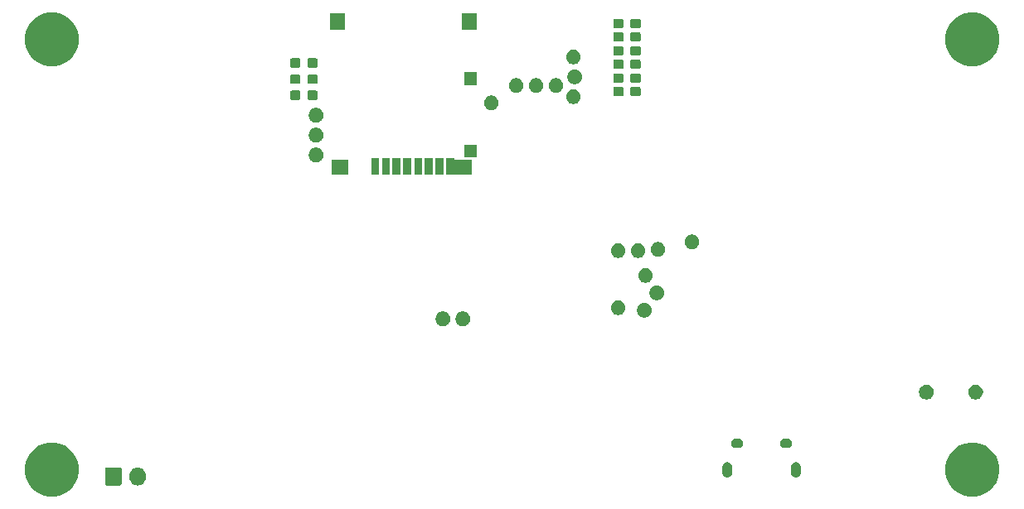
<source format=gbr>
G04 #@! TF.GenerationSoftware,KiCad,Pcbnew,(5.1.2)-1*
G04 #@! TF.CreationDate,2019-05-30T13:03:45-04:00*
G04 #@! TF.ProjectId,ZeroPilot,5a65726f-5069-46c6-9f74-2e6b69636164,rev?*
G04 #@! TF.SameCoordinates,Original*
G04 #@! TF.FileFunction,Soldermask,Bot*
G04 #@! TF.FilePolarity,Negative*
%FSLAX46Y46*%
G04 Gerber Fmt 4.6, Leading zero omitted, Abs format (unit mm)*
G04 Created by KiCad (PCBNEW (5.1.2)-1) date 2019-05-30 13:03:45*
%MOMM*%
%LPD*%
G04 APERTURE LIST*
%ADD10C,0.100000*%
G04 APERTURE END LIST*
D10*
G36*
X147802144Y-144355680D02*
G01*
X148302612Y-144562981D01*
X148753022Y-144863935D01*
X149136065Y-145246978D01*
X149437019Y-145697388D01*
X149644320Y-146197856D01*
X149750000Y-146729147D01*
X149750000Y-147270853D01*
X149644320Y-147802144D01*
X149437019Y-148302612D01*
X149136065Y-148753022D01*
X148753022Y-149136065D01*
X148302612Y-149437019D01*
X147802144Y-149644320D01*
X147270853Y-149750000D01*
X146729147Y-149750000D01*
X146197856Y-149644320D01*
X145697388Y-149437019D01*
X145246978Y-149136065D01*
X144863935Y-148753022D01*
X144562981Y-148302612D01*
X144355680Y-147802144D01*
X144250000Y-147270853D01*
X144250000Y-146729147D01*
X144355680Y-146197856D01*
X144562981Y-145697388D01*
X144863935Y-145246978D01*
X145246978Y-144863935D01*
X145697388Y-144562981D01*
X146197856Y-144355680D01*
X146729147Y-144250000D01*
X147270853Y-144250000D01*
X147802144Y-144355680D01*
X147802144Y-144355680D01*
G37*
G36*
X53802144Y-144355680D02*
G01*
X54302612Y-144562981D01*
X54753022Y-144863935D01*
X55136065Y-145246978D01*
X55437019Y-145697388D01*
X55644320Y-146197856D01*
X55750000Y-146729147D01*
X55750000Y-147270853D01*
X55644320Y-147802144D01*
X55437019Y-148302612D01*
X55136065Y-148753022D01*
X54753022Y-149136065D01*
X54302612Y-149437019D01*
X53802144Y-149644320D01*
X53270853Y-149750000D01*
X52729147Y-149750000D01*
X52197856Y-149644320D01*
X51697388Y-149437019D01*
X51246978Y-149136065D01*
X50863935Y-148753022D01*
X50562981Y-148302612D01*
X50355680Y-147802144D01*
X50250000Y-147270853D01*
X50250000Y-146729147D01*
X50355680Y-146197856D01*
X50562981Y-145697388D01*
X50863935Y-145246978D01*
X51246978Y-144863935D01*
X51697388Y-144562981D01*
X52197856Y-144355680D01*
X52729147Y-144250000D01*
X53270853Y-144250000D01*
X53802144Y-144355680D01*
X53802144Y-144355680D01*
G37*
G36*
X61937626Y-146801299D02*
G01*
X62097857Y-146849904D01*
X62245518Y-146928831D01*
X62374949Y-147035051D01*
X62481169Y-147164482D01*
X62560096Y-147312143D01*
X62608701Y-147472373D01*
X62621000Y-147597248D01*
X62621000Y-147830751D01*
X62608701Y-147955626D01*
X62560096Y-148115857D01*
X62481169Y-148263518D01*
X62374949Y-148392949D01*
X62245518Y-148499169D01*
X62171170Y-148538909D01*
X62097855Y-148578097D01*
X62054682Y-148591193D01*
X61937627Y-148626701D01*
X61771000Y-148643112D01*
X61604374Y-148626701D01*
X61487319Y-148591193D01*
X61444146Y-148578097D01*
X61370831Y-148538909D01*
X61296483Y-148499169D01*
X61167051Y-148392948D01*
X61060831Y-148263518D01*
X60981904Y-148115857D01*
X60933299Y-147955627D01*
X60921000Y-147830752D01*
X60921000Y-147597249D01*
X60933299Y-147472374D01*
X60981904Y-147312143D01*
X61060831Y-147164482D01*
X61167051Y-147035051D01*
X61296482Y-146928831D01*
X61444143Y-146849904D01*
X61444145Y-146849903D01*
X61524258Y-146825602D01*
X61604373Y-146801299D01*
X61771000Y-146784888D01*
X61937626Y-146801299D01*
X61937626Y-146801299D01*
G37*
G36*
X59990677Y-146792701D02*
G01*
X60020909Y-146801873D01*
X60048771Y-146816764D01*
X60073193Y-146836807D01*
X60093236Y-146861229D01*
X60108127Y-146889091D01*
X60117299Y-146919323D01*
X60121000Y-146956905D01*
X60121000Y-148471095D01*
X60117299Y-148508677D01*
X60108127Y-148538909D01*
X60093236Y-148566771D01*
X60073193Y-148591193D01*
X60048771Y-148611236D01*
X60020909Y-148626127D01*
X59990677Y-148635299D01*
X59953095Y-148639000D01*
X58588905Y-148639000D01*
X58551323Y-148635299D01*
X58521091Y-148626127D01*
X58493229Y-148611236D01*
X58468807Y-148591193D01*
X58448764Y-148566771D01*
X58433873Y-148538909D01*
X58424701Y-148508677D01*
X58421000Y-148471095D01*
X58421000Y-146956905D01*
X58424701Y-146919323D01*
X58433873Y-146889091D01*
X58448764Y-146861229D01*
X58468807Y-146836807D01*
X58493229Y-146816764D01*
X58521091Y-146801873D01*
X58551323Y-146792701D01*
X58588905Y-146789000D01*
X59953095Y-146789000D01*
X59990677Y-146792701D01*
X59990677Y-146792701D01*
G37*
G36*
X129074014Y-146251234D02*
G01*
X129168269Y-146279826D01*
X129246214Y-146321489D01*
X129255129Y-146326254D01*
X129331264Y-146388736D01*
X129382542Y-146451219D01*
X129393747Y-146464872D01*
X129440174Y-146551730D01*
X129468766Y-146645985D01*
X129476000Y-146719436D01*
X129476000Y-147318564D01*
X129468766Y-147392015D01*
X129440174Y-147486270D01*
X129393747Y-147573128D01*
X129331264Y-147649264D01*
X129255128Y-147711747D01*
X129168270Y-147758174D01*
X129074015Y-147786766D01*
X128976000Y-147796419D01*
X128877986Y-147786766D01*
X128783731Y-147758174D01*
X128696873Y-147711747D01*
X128620737Y-147649264D01*
X128558255Y-147573130D01*
X128511825Y-147486268D01*
X128483234Y-147392015D01*
X128476000Y-147318564D01*
X128476000Y-146719437D01*
X128483234Y-146645986D01*
X128511826Y-146551731D01*
X128558253Y-146464873D01*
X128558254Y-146464871D01*
X128620736Y-146388736D01*
X128696871Y-146326254D01*
X128696870Y-146326254D01*
X128696872Y-146326253D01*
X128783730Y-146279826D01*
X128877985Y-146251234D01*
X128976000Y-146241581D01*
X129074014Y-146251234D01*
X129074014Y-146251234D01*
G37*
G36*
X122074014Y-146251234D02*
G01*
X122168269Y-146279826D01*
X122246214Y-146321489D01*
X122255129Y-146326254D01*
X122331264Y-146388736D01*
X122382542Y-146451219D01*
X122393747Y-146464872D01*
X122440174Y-146551730D01*
X122468766Y-146645985D01*
X122476000Y-146719436D01*
X122476000Y-147318564D01*
X122468766Y-147392015D01*
X122440174Y-147486270D01*
X122393747Y-147573128D01*
X122331264Y-147649264D01*
X122255128Y-147711747D01*
X122168270Y-147758174D01*
X122074015Y-147786766D01*
X121976000Y-147796419D01*
X121877986Y-147786766D01*
X121783731Y-147758174D01*
X121696873Y-147711747D01*
X121620737Y-147649264D01*
X121558255Y-147573130D01*
X121511825Y-147486268D01*
X121483234Y-147392015D01*
X121476000Y-147318564D01*
X121476000Y-146719437D01*
X121483234Y-146645986D01*
X121511826Y-146551731D01*
X121558253Y-146464873D01*
X121558254Y-146464871D01*
X121620736Y-146388736D01*
X121696871Y-146326254D01*
X121696870Y-146326254D01*
X121696872Y-146326253D01*
X121783730Y-146279826D01*
X121877985Y-146251234D01*
X121976000Y-146241581D01*
X122074014Y-146251234D01*
X122074014Y-146251234D01*
G37*
G36*
X128172593Y-143846291D02*
G01*
X128219116Y-143850873D01*
X128285359Y-143870967D01*
X128308658Y-143878035D01*
X128386453Y-143919618D01*
X128391173Y-143922141D01*
X128463501Y-143981499D01*
X128522859Y-144053827D01*
X128522860Y-144053829D01*
X128566965Y-144136342D01*
X128594127Y-144225885D01*
X128603298Y-144319000D01*
X128594127Y-144412115D01*
X128566965Y-144501658D01*
X128534186Y-144562982D01*
X128522859Y-144584173D01*
X128463501Y-144656501D01*
X128391173Y-144715859D01*
X128391171Y-144715860D01*
X128308658Y-144759965D01*
X128285359Y-144767033D01*
X128219116Y-144787127D01*
X128172593Y-144791709D01*
X128149333Y-144794000D01*
X127802667Y-144794000D01*
X127779407Y-144791709D01*
X127732884Y-144787127D01*
X127666641Y-144767033D01*
X127643342Y-144759965D01*
X127560829Y-144715860D01*
X127560827Y-144715859D01*
X127488499Y-144656501D01*
X127429141Y-144584173D01*
X127417814Y-144562982D01*
X127385035Y-144501658D01*
X127357873Y-144412115D01*
X127348702Y-144319000D01*
X127357873Y-144225885D01*
X127385035Y-144136342D01*
X127429140Y-144053829D01*
X127429141Y-144053827D01*
X127488499Y-143981499D01*
X127560827Y-143922141D01*
X127565547Y-143919618D01*
X127643342Y-143878035D01*
X127666641Y-143870967D01*
X127732884Y-143850873D01*
X127779407Y-143846291D01*
X127802667Y-143844000D01*
X128149333Y-143844000D01*
X128172593Y-143846291D01*
X128172593Y-143846291D01*
G37*
G36*
X123172593Y-143846291D02*
G01*
X123219116Y-143850873D01*
X123285359Y-143870967D01*
X123308658Y-143878035D01*
X123386453Y-143919618D01*
X123391173Y-143922141D01*
X123463501Y-143981499D01*
X123522859Y-144053827D01*
X123522860Y-144053829D01*
X123566965Y-144136342D01*
X123594127Y-144225885D01*
X123603298Y-144319000D01*
X123594127Y-144412115D01*
X123566965Y-144501658D01*
X123534186Y-144562982D01*
X123522859Y-144584173D01*
X123463501Y-144656501D01*
X123391173Y-144715859D01*
X123391171Y-144715860D01*
X123308658Y-144759965D01*
X123285359Y-144767033D01*
X123219116Y-144787127D01*
X123172593Y-144791709D01*
X123149333Y-144794000D01*
X122802667Y-144794000D01*
X122779407Y-144791709D01*
X122732884Y-144787127D01*
X122666641Y-144767033D01*
X122643342Y-144759965D01*
X122560829Y-144715860D01*
X122560827Y-144715859D01*
X122488499Y-144656501D01*
X122429141Y-144584173D01*
X122417814Y-144562982D01*
X122385035Y-144501658D01*
X122357873Y-144412115D01*
X122348702Y-144319000D01*
X122357873Y-144225885D01*
X122385035Y-144136342D01*
X122429140Y-144053829D01*
X122429141Y-144053827D01*
X122488499Y-143981499D01*
X122560827Y-143922141D01*
X122565547Y-143919618D01*
X122643342Y-143878035D01*
X122666641Y-143870967D01*
X122732884Y-143850873D01*
X122779407Y-143846291D01*
X122802667Y-143844000D01*
X123149333Y-143844000D01*
X123172593Y-143846291D01*
X123172593Y-143846291D01*
G37*
G36*
X142493195Y-138322522D02*
G01*
X142542267Y-138332283D01*
X142680942Y-138389724D01*
X142805747Y-138473116D01*
X142911884Y-138579253D01*
X142995276Y-138704058D01*
X143052717Y-138842733D01*
X143082000Y-138989950D01*
X143082000Y-139140050D01*
X143052717Y-139287267D01*
X142995276Y-139425942D01*
X142911884Y-139550747D01*
X142805747Y-139656884D01*
X142680942Y-139740276D01*
X142542267Y-139797717D01*
X142493195Y-139807478D01*
X142395052Y-139827000D01*
X142244948Y-139827000D01*
X142146805Y-139807478D01*
X142097733Y-139797717D01*
X141959058Y-139740276D01*
X141834253Y-139656884D01*
X141728116Y-139550747D01*
X141644724Y-139425942D01*
X141587283Y-139287267D01*
X141558000Y-139140050D01*
X141558000Y-138989950D01*
X141587283Y-138842733D01*
X141644724Y-138704058D01*
X141728116Y-138579253D01*
X141834253Y-138473116D01*
X141959058Y-138389724D01*
X142097733Y-138332283D01*
X142146805Y-138322522D01*
X142244948Y-138303000D01*
X142395052Y-138303000D01*
X142493195Y-138322522D01*
X142493195Y-138322522D01*
G37*
G36*
X147493195Y-138322522D02*
G01*
X147542267Y-138332283D01*
X147680942Y-138389724D01*
X147805747Y-138473116D01*
X147911884Y-138579253D01*
X147995276Y-138704058D01*
X148052717Y-138842733D01*
X148082000Y-138989950D01*
X148082000Y-139140050D01*
X148052717Y-139287267D01*
X147995276Y-139425942D01*
X147911884Y-139550747D01*
X147805747Y-139656884D01*
X147680942Y-139740276D01*
X147542267Y-139797717D01*
X147493195Y-139807478D01*
X147395052Y-139827000D01*
X147244948Y-139827000D01*
X147146805Y-139807478D01*
X147097733Y-139797717D01*
X146959058Y-139740276D01*
X146834253Y-139656884D01*
X146728116Y-139550747D01*
X146644724Y-139425942D01*
X146587283Y-139287267D01*
X146558000Y-139140050D01*
X146558000Y-138989950D01*
X146587283Y-138842733D01*
X146644724Y-138704058D01*
X146728116Y-138579253D01*
X146834253Y-138473116D01*
X146959058Y-138389724D01*
X147097733Y-138332283D01*
X147146805Y-138322522D01*
X147244948Y-138303000D01*
X147395052Y-138303000D01*
X147493195Y-138322522D01*
X147493195Y-138322522D01*
G37*
G36*
X93144766Y-130863821D02*
G01*
X93281257Y-130920358D01*
X93404097Y-131002437D01*
X93508563Y-131106903D01*
X93590642Y-131229743D01*
X93647179Y-131366234D01*
X93676000Y-131511130D01*
X93676000Y-131658870D01*
X93647179Y-131803766D01*
X93590642Y-131940257D01*
X93508563Y-132063097D01*
X93404097Y-132167563D01*
X93281257Y-132249642D01*
X93144766Y-132306179D01*
X92999870Y-132335000D01*
X92852130Y-132335000D01*
X92707234Y-132306179D01*
X92570743Y-132249642D01*
X92447903Y-132167563D01*
X92343437Y-132063097D01*
X92261358Y-131940257D01*
X92204821Y-131803766D01*
X92176000Y-131658870D01*
X92176000Y-131511130D01*
X92204821Y-131366234D01*
X92261358Y-131229743D01*
X92343437Y-131106903D01*
X92447903Y-131002437D01*
X92570743Y-130920358D01*
X92707234Y-130863821D01*
X92852130Y-130835000D01*
X92999870Y-130835000D01*
X93144766Y-130863821D01*
X93144766Y-130863821D01*
G37*
G36*
X95176766Y-130863821D02*
G01*
X95313257Y-130920358D01*
X95436097Y-131002437D01*
X95540563Y-131106903D01*
X95622642Y-131229743D01*
X95679179Y-131366234D01*
X95708000Y-131511130D01*
X95708000Y-131658870D01*
X95679179Y-131803766D01*
X95622642Y-131940257D01*
X95540563Y-132063097D01*
X95436097Y-132167563D01*
X95313257Y-132249642D01*
X95176766Y-132306179D01*
X95031870Y-132335000D01*
X94884130Y-132335000D01*
X94739234Y-132306179D01*
X94602743Y-132249642D01*
X94479903Y-132167563D01*
X94375437Y-132063097D01*
X94293358Y-131940257D01*
X94236821Y-131803766D01*
X94208000Y-131658870D01*
X94208000Y-131511130D01*
X94236821Y-131366234D01*
X94293358Y-131229743D01*
X94375437Y-131106903D01*
X94479903Y-131002437D01*
X94602743Y-130920358D01*
X94739234Y-130863821D01*
X94884130Y-130835000D01*
X95031870Y-130835000D01*
X95176766Y-130863821D01*
X95176766Y-130863821D01*
G37*
G36*
X113718766Y-129974821D02*
G01*
X113855257Y-130031358D01*
X113978097Y-130113437D01*
X114082563Y-130217903D01*
X114164642Y-130340743D01*
X114221179Y-130477234D01*
X114250000Y-130622130D01*
X114250000Y-130769870D01*
X114221179Y-130914766D01*
X114164642Y-131051257D01*
X114082563Y-131174097D01*
X113978097Y-131278563D01*
X113855257Y-131360642D01*
X113718766Y-131417179D01*
X113573870Y-131446000D01*
X113426130Y-131446000D01*
X113281234Y-131417179D01*
X113144743Y-131360642D01*
X113021903Y-131278563D01*
X112917437Y-131174097D01*
X112835358Y-131051257D01*
X112778821Y-130914766D01*
X112750000Y-130769870D01*
X112750000Y-130622130D01*
X112778821Y-130477234D01*
X112835358Y-130340743D01*
X112917437Y-130217903D01*
X113021903Y-130113437D01*
X113144743Y-130031358D01*
X113281234Y-129974821D01*
X113426130Y-129946000D01*
X113573870Y-129946000D01*
X113718766Y-129974821D01*
X113718766Y-129974821D01*
G37*
G36*
X111051766Y-129720821D02*
G01*
X111188257Y-129777358D01*
X111311097Y-129859437D01*
X111415563Y-129963903D01*
X111497642Y-130086743D01*
X111554179Y-130223234D01*
X111583000Y-130368130D01*
X111583000Y-130515870D01*
X111554179Y-130660766D01*
X111497642Y-130797257D01*
X111415563Y-130920097D01*
X111311097Y-131024563D01*
X111188257Y-131106642D01*
X111051766Y-131163179D01*
X110906870Y-131192000D01*
X110759130Y-131192000D01*
X110614234Y-131163179D01*
X110477743Y-131106642D01*
X110354903Y-131024563D01*
X110250437Y-130920097D01*
X110168358Y-130797257D01*
X110111821Y-130660766D01*
X110083000Y-130515870D01*
X110083000Y-130368130D01*
X110111821Y-130223234D01*
X110168358Y-130086743D01*
X110250437Y-129963903D01*
X110354903Y-129859437D01*
X110477743Y-129777358D01*
X110614234Y-129720821D01*
X110759130Y-129692000D01*
X110906870Y-129692000D01*
X111051766Y-129720821D01*
X111051766Y-129720821D01*
G37*
G36*
X114988766Y-128196821D02*
G01*
X115125257Y-128253358D01*
X115248097Y-128335437D01*
X115352563Y-128439903D01*
X115434642Y-128562743D01*
X115491179Y-128699234D01*
X115520000Y-128844130D01*
X115520000Y-128991870D01*
X115491179Y-129136766D01*
X115434642Y-129273257D01*
X115352563Y-129396097D01*
X115248097Y-129500563D01*
X115125257Y-129582642D01*
X114988766Y-129639179D01*
X114843870Y-129668000D01*
X114696130Y-129668000D01*
X114551234Y-129639179D01*
X114414743Y-129582642D01*
X114291903Y-129500563D01*
X114187437Y-129396097D01*
X114105358Y-129273257D01*
X114048821Y-129136766D01*
X114020000Y-128991870D01*
X114020000Y-128844130D01*
X114048821Y-128699234D01*
X114105358Y-128562743D01*
X114187437Y-128439903D01*
X114291903Y-128335437D01*
X114414743Y-128253358D01*
X114551234Y-128196821D01*
X114696130Y-128168000D01*
X114843870Y-128168000D01*
X114988766Y-128196821D01*
X114988766Y-128196821D01*
G37*
G36*
X113845766Y-126418821D02*
G01*
X113982257Y-126475358D01*
X114105097Y-126557437D01*
X114209563Y-126661903D01*
X114291642Y-126784743D01*
X114348179Y-126921234D01*
X114377000Y-127066130D01*
X114377000Y-127213870D01*
X114348179Y-127358766D01*
X114291642Y-127495257D01*
X114209563Y-127618097D01*
X114105097Y-127722563D01*
X113982257Y-127804642D01*
X113845766Y-127861179D01*
X113700870Y-127890000D01*
X113553130Y-127890000D01*
X113408234Y-127861179D01*
X113271743Y-127804642D01*
X113148903Y-127722563D01*
X113044437Y-127618097D01*
X112962358Y-127495257D01*
X112905821Y-127358766D01*
X112877000Y-127213870D01*
X112877000Y-127066130D01*
X112905821Y-126921234D01*
X112962358Y-126784743D01*
X113044437Y-126661903D01*
X113148903Y-126557437D01*
X113271743Y-126475358D01*
X113408234Y-126418821D01*
X113553130Y-126390000D01*
X113700870Y-126390000D01*
X113845766Y-126418821D01*
X113845766Y-126418821D01*
G37*
G36*
X113083766Y-123878821D02*
G01*
X113220257Y-123935358D01*
X113343097Y-124017437D01*
X113447563Y-124121903D01*
X113529642Y-124244743D01*
X113586179Y-124381234D01*
X113615000Y-124526130D01*
X113615000Y-124673870D01*
X113586179Y-124818766D01*
X113529642Y-124955257D01*
X113447563Y-125078097D01*
X113343097Y-125182563D01*
X113220257Y-125264642D01*
X113083766Y-125321179D01*
X112938870Y-125350000D01*
X112791130Y-125350000D01*
X112646234Y-125321179D01*
X112509743Y-125264642D01*
X112386903Y-125182563D01*
X112282437Y-125078097D01*
X112200358Y-124955257D01*
X112143821Y-124818766D01*
X112115000Y-124673870D01*
X112115000Y-124526130D01*
X112143821Y-124381234D01*
X112200358Y-124244743D01*
X112282437Y-124121903D01*
X112386903Y-124017437D01*
X112509743Y-123935358D01*
X112646234Y-123878821D01*
X112791130Y-123850000D01*
X112938870Y-123850000D01*
X113083766Y-123878821D01*
X113083766Y-123878821D01*
G37*
G36*
X111051766Y-123878821D02*
G01*
X111188257Y-123935358D01*
X111311097Y-124017437D01*
X111415563Y-124121903D01*
X111497642Y-124244743D01*
X111554179Y-124381234D01*
X111583000Y-124526130D01*
X111583000Y-124673870D01*
X111554179Y-124818766D01*
X111497642Y-124955257D01*
X111415563Y-125078097D01*
X111311097Y-125182563D01*
X111188257Y-125264642D01*
X111051766Y-125321179D01*
X110906870Y-125350000D01*
X110759130Y-125350000D01*
X110614234Y-125321179D01*
X110477743Y-125264642D01*
X110354903Y-125182563D01*
X110250437Y-125078097D01*
X110168358Y-124955257D01*
X110111821Y-124818766D01*
X110083000Y-124673870D01*
X110083000Y-124526130D01*
X110111821Y-124381234D01*
X110168358Y-124244743D01*
X110250437Y-124121903D01*
X110354903Y-124017437D01*
X110477743Y-123935358D01*
X110614234Y-123878821D01*
X110759130Y-123850000D01*
X110906870Y-123850000D01*
X111051766Y-123878821D01*
X111051766Y-123878821D01*
G37*
G36*
X115115766Y-123751821D02*
G01*
X115252257Y-123808358D01*
X115375097Y-123890437D01*
X115479563Y-123994903D01*
X115561642Y-124117743D01*
X115618179Y-124254234D01*
X115647000Y-124399130D01*
X115647000Y-124546870D01*
X115618179Y-124691766D01*
X115561642Y-124828257D01*
X115479563Y-124951097D01*
X115375097Y-125055563D01*
X115252257Y-125137642D01*
X115115766Y-125194179D01*
X114970870Y-125223000D01*
X114823130Y-125223000D01*
X114678234Y-125194179D01*
X114541743Y-125137642D01*
X114418903Y-125055563D01*
X114314437Y-124951097D01*
X114232358Y-124828257D01*
X114175821Y-124691766D01*
X114147000Y-124546870D01*
X114147000Y-124399130D01*
X114175821Y-124254234D01*
X114232358Y-124117743D01*
X114314437Y-123994903D01*
X114418903Y-123890437D01*
X114541743Y-123808358D01*
X114678234Y-123751821D01*
X114823130Y-123723000D01*
X114970870Y-123723000D01*
X115115766Y-123751821D01*
X115115766Y-123751821D01*
G37*
G36*
X118582766Y-122976821D02*
G01*
X118719257Y-123033358D01*
X118842097Y-123115437D01*
X118946563Y-123219903D01*
X119028642Y-123342743D01*
X119085179Y-123479234D01*
X119114000Y-123624130D01*
X119114000Y-123771870D01*
X119085179Y-123916766D01*
X119028642Y-124053257D01*
X118946563Y-124176097D01*
X118842097Y-124280563D01*
X118719257Y-124362642D01*
X118582766Y-124419179D01*
X118437870Y-124448000D01*
X118290130Y-124448000D01*
X118145234Y-124419179D01*
X118008743Y-124362642D01*
X117885903Y-124280563D01*
X117781437Y-124176097D01*
X117699358Y-124053257D01*
X117642821Y-123916766D01*
X117614000Y-123771870D01*
X117614000Y-123624130D01*
X117642821Y-123479234D01*
X117699358Y-123342743D01*
X117781437Y-123219903D01*
X117885903Y-123115437D01*
X118008743Y-123033358D01*
X118145234Y-122976821D01*
X118290130Y-122948000D01*
X118437870Y-122948000D01*
X118582766Y-122976821D01*
X118582766Y-122976821D01*
G37*
G36*
X83300570Y-116810790D02*
G01*
X81601310Y-116810790D01*
X81601310Y-115309650D01*
X83300570Y-115309650D01*
X83300570Y-116810790D01*
X83300570Y-116810790D01*
G37*
G36*
X94100650Y-115184651D02*
G01*
X94103052Y-115209037D01*
X94110165Y-115232486D01*
X94121716Y-115254097D01*
X94137261Y-115273039D01*
X94156203Y-115288584D01*
X94177814Y-115300135D01*
X94201263Y-115307248D01*
X94225649Y-115309650D01*
X95910400Y-115309650D01*
X95910400Y-116810790D01*
X94210042Y-116810790D01*
X94209587Y-116810652D01*
X94185201Y-116808250D01*
X93300550Y-116808250D01*
X93300550Y-115129310D01*
X94100650Y-115129310D01*
X94100650Y-115184651D01*
X94100650Y-115184651D01*
G37*
G36*
X90801190Y-116808250D02*
G01*
X90001090Y-116808250D01*
X90001090Y-115129310D01*
X90801190Y-115129310D01*
X90801190Y-116808250D01*
X90801190Y-116808250D01*
G37*
G36*
X91901010Y-116808250D02*
G01*
X91100910Y-116808250D01*
X91100910Y-115129310D01*
X91901010Y-115129310D01*
X91901010Y-116808250D01*
X91901010Y-116808250D01*
G37*
G36*
X89698830Y-116808250D02*
G01*
X88898730Y-116808250D01*
X88898730Y-115129310D01*
X89698830Y-115129310D01*
X89698830Y-116808250D01*
X89698830Y-116808250D01*
G37*
G36*
X88599010Y-116808250D02*
G01*
X87798910Y-116808250D01*
X87798910Y-115129310D01*
X88599010Y-115129310D01*
X88599010Y-116808250D01*
X88599010Y-116808250D01*
G37*
G36*
X87499190Y-116808250D02*
G01*
X86699090Y-116808250D01*
X86699090Y-115129310D01*
X87499190Y-115129310D01*
X87499190Y-116808250D01*
X87499190Y-116808250D01*
G37*
G36*
X86399370Y-116808250D02*
G01*
X85599270Y-116808250D01*
X85599270Y-115129310D01*
X86399370Y-115129310D01*
X86399370Y-116808250D01*
X86399370Y-116808250D01*
G37*
G36*
X93000830Y-116808250D02*
G01*
X92200730Y-116808250D01*
X92200730Y-115129310D01*
X93000830Y-115129310D01*
X93000830Y-116808250D01*
X93000830Y-116808250D01*
G37*
G36*
X80190766Y-114099821D02*
G01*
X80327257Y-114156358D01*
X80450097Y-114238437D01*
X80554563Y-114342903D01*
X80636642Y-114465743D01*
X80693179Y-114602234D01*
X80722000Y-114747130D01*
X80722000Y-114894870D01*
X80693179Y-115039766D01*
X80636642Y-115176257D01*
X80554563Y-115299097D01*
X80450097Y-115403563D01*
X80327257Y-115485642D01*
X80190766Y-115542179D01*
X80045870Y-115571000D01*
X79898130Y-115571000D01*
X79753234Y-115542179D01*
X79616743Y-115485642D01*
X79493903Y-115403563D01*
X79389437Y-115299097D01*
X79307358Y-115176257D01*
X79250821Y-115039766D01*
X79222000Y-114894870D01*
X79222000Y-114747130D01*
X79250821Y-114602234D01*
X79307358Y-114465743D01*
X79389437Y-114342903D01*
X79493903Y-114238437D01*
X79616743Y-114156358D01*
X79753234Y-114099821D01*
X79898130Y-114071000D01*
X80045870Y-114071000D01*
X80190766Y-114099821D01*
X80190766Y-114099821D01*
G37*
G36*
X96400620Y-115059460D02*
G01*
X95110300Y-115059460D01*
X95110300Y-113758980D01*
X96400620Y-113758980D01*
X96400620Y-115059460D01*
X96400620Y-115059460D01*
G37*
G36*
X80190766Y-112067821D02*
G01*
X80327257Y-112124358D01*
X80450097Y-112206437D01*
X80554563Y-112310903D01*
X80636642Y-112433743D01*
X80693179Y-112570234D01*
X80722000Y-112715130D01*
X80722000Y-112862870D01*
X80693179Y-113007766D01*
X80636642Y-113144257D01*
X80554563Y-113267097D01*
X80450097Y-113371563D01*
X80327257Y-113453642D01*
X80190766Y-113510179D01*
X80045870Y-113539000D01*
X79898130Y-113539000D01*
X79753234Y-113510179D01*
X79616743Y-113453642D01*
X79493903Y-113371563D01*
X79389437Y-113267097D01*
X79307358Y-113144257D01*
X79250821Y-113007766D01*
X79222000Y-112862870D01*
X79222000Y-112715130D01*
X79250821Y-112570234D01*
X79307358Y-112433743D01*
X79389437Y-112310903D01*
X79493903Y-112206437D01*
X79616743Y-112124358D01*
X79753234Y-112067821D01*
X79898130Y-112039000D01*
X80045870Y-112039000D01*
X80190766Y-112067821D01*
X80190766Y-112067821D01*
G37*
G36*
X80190766Y-110035821D02*
G01*
X80327257Y-110092358D01*
X80450097Y-110174437D01*
X80554563Y-110278903D01*
X80636642Y-110401743D01*
X80693179Y-110538234D01*
X80722000Y-110683130D01*
X80722000Y-110830870D01*
X80693179Y-110975766D01*
X80636642Y-111112257D01*
X80554563Y-111235097D01*
X80450097Y-111339563D01*
X80327257Y-111421642D01*
X80190766Y-111478179D01*
X80045870Y-111507000D01*
X79898130Y-111507000D01*
X79753234Y-111478179D01*
X79616743Y-111421642D01*
X79493903Y-111339563D01*
X79389437Y-111235097D01*
X79307358Y-111112257D01*
X79250821Y-110975766D01*
X79222000Y-110830870D01*
X79222000Y-110683130D01*
X79250821Y-110538234D01*
X79307358Y-110401743D01*
X79389437Y-110278903D01*
X79493903Y-110174437D01*
X79616743Y-110092358D01*
X79753234Y-110035821D01*
X79898130Y-110007000D01*
X80045870Y-110007000D01*
X80190766Y-110035821D01*
X80190766Y-110035821D01*
G37*
G36*
X98097766Y-108765821D02*
G01*
X98234257Y-108822358D01*
X98357097Y-108904437D01*
X98461563Y-109008903D01*
X98543642Y-109131743D01*
X98600179Y-109268234D01*
X98629000Y-109413130D01*
X98629000Y-109560870D01*
X98600179Y-109705766D01*
X98543642Y-109842257D01*
X98461563Y-109965097D01*
X98357097Y-110069563D01*
X98234257Y-110151642D01*
X98097766Y-110208179D01*
X97952870Y-110237000D01*
X97805130Y-110237000D01*
X97660234Y-110208179D01*
X97523743Y-110151642D01*
X97400903Y-110069563D01*
X97296437Y-109965097D01*
X97214358Y-109842257D01*
X97157821Y-109705766D01*
X97129000Y-109560870D01*
X97129000Y-109413130D01*
X97157821Y-109268234D01*
X97214358Y-109131743D01*
X97296437Y-109008903D01*
X97400903Y-108904437D01*
X97523743Y-108822358D01*
X97660234Y-108765821D01*
X97805130Y-108737000D01*
X97952870Y-108737000D01*
X98097766Y-108765821D01*
X98097766Y-108765821D01*
G37*
G36*
X106479766Y-108130821D02*
G01*
X106616257Y-108187358D01*
X106739097Y-108269437D01*
X106843563Y-108373903D01*
X106925642Y-108496743D01*
X106982179Y-108633234D01*
X107011000Y-108778130D01*
X107011000Y-108925870D01*
X106982179Y-109070766D01*
X106925642Y-109207257D01*
X106843563Y-109330097D01*
X106739097Y-109434563D01*
X106616257Y-109516642D01*
X106479766Y-109573179D01*
X106334870Y-109602000D01*
X106187130Y-109602000D01*
X106042234Y-109573179D01*
X105905743Y-109516642D01*
X105782903Y-109434563D01*
X105678437Y-109330097D01*
X105596358Y-109207257D01*
X105539821Y-109070766D01*
X105511000Y-108925870D01*
X105511000Y-108778130D01*
X105539821Y-108633234D01*
X105596358Y-108496743D01*
X105678437Y-108373903D01*
X105782903Y-108269437D01*
X105905743Y-108187358D01*
X106042234Y-108130821D01*
X106187130Y-108102000D01*
X106334870Y-108102000D01*
X106479766Y-108130821D01*
X106479766Y-108130821D01*
G37*
G36*
X79999024Y-108240955D02*
G01*
X80031738Y-108250879D01*
X80061885Y-108266993D01*
X80088315Y-108288685D01*
X80110007Y-108315115D01*
X80126121Y-108345262D01*
X80136045Y-108377976D01*
X80140000Y-108418138D01*
X80140000Y-109005862D01*
X80136045Y-109046024D01*
X80126121Y-109078738D01*
X80110007Y-109108885D01*
X80088315Y-109135315D01*
X80061885Y-109157007D01*
X80031738Y-109173121D01*
X79999024Y-109183045D01*
X79958862Y-109187000D01*
X79271138Y-109187000D01*
X79230976Y-109183045D01*
X79198262Y-109173121D01*
X79168115Y-109157007D01*
X79141685Y-109135315D01*
X79119993Y-109108885D01*
X79103879Y-109078738D01*
X79093955Y-109046024D01*
X79090000Y-109005862D01*
X79090000Y-108418138D01*
X79093955Y-108377976D01*
X79103879Y-108345262D01*
X79119993Y-108315115D01*
X79141685Y-108288685D01*
X79168115Y-108266993D01*
X79198262Y-108250879D01*
X79230976Y-108240955D01*
X79271138Y-108237000D01*
X79958862Y-108237000D01*
X79999024Y-108240955D01*
X79999024Y-108240955D01*
G37*
G36*
X78249024Y-108240955D02*
G01*
X78281738Y-108250879D01*
X78311885Y-108266993D01*
X78338315Y-108288685D01*
X78360007Y-108315115D01*
X78376121Y-108345262D01*
X78386045Y-108377976D01*
X78390000Y-108418138D01*
X78390000Y-109005862D01*
X78386045Y-109046024D01*
X78376121Y-109078738D01*
X78360007Y-109108885D01*
X78338315Y-109135315D01*
X78311885Y-109157007D01*
X78281738Y-109173121D01*
X78249024Y-109183045D01*
X78208862Y-109187000D01*
X77521138Y-109187000D01*
X77480976Y-109183045D01*
X77448262Y-109173121D01*
X77418115Y-109157007D01*
X77391685Y-109135315D01*
X77369993Y-109108885D01*
X77353879Y-109078738D01*
X77343955Y-109046024D01*
X77340000Y-109005862D01*
X77340000Y-108418138D01*
X77343955Y-108377976D01*
X77353879Y-108345262D01*
X77369993Y-108315115D01*
X77391685Y-108288685D01*
X77418115Y-108266993D01*
X77448262Y-108250879D01*
X77480976Y-108240955D01*
X77521138Y-108237000D01*
X78208862Y-108237000D01*
X78249024Y-108240955D01*
X78249024Y-108240955D01*
G37*
G36*
X111231024Y-107872955D02*
G01*
X111263738Y-107882879D01*
X111293885Y-107898993D01*
X111320315Y-107920685D01*
X111342007Y-107947115D01*
X111358121Y-107977262D01*
X111368045Y-108009976D01*
X111372000Y-108050138D01*
X111372000Y-108637862D01*
X111368045Y-108678024D01*
X111358121Y-108710738D01*
X111342007Y-108740885D01*
X111320315Y-108767315D01*
X111293885Y-108789007D01*
X111263738Y-108805121D01*
X111231024Y-108815045D01*
X111190862Y-108819000D01*
X110503138Y-108819000D01*
X110462976Y-108815045D01*
X110430262Y-108805121D01*
X110400115Y-108789007D01*
X110373685Y-108767315D01*
X110351993Y-108740885D01*
X110335879Y-108710738D01*
X110325955Y-108678024D01*
X110322000Y-108637862D01*
X110322000Y-108050138D01*
X110325955Y-108009976D01*
X110335879Y-107977262D01*
X110351993Y-107947115D01*
X110373685Y-107920685D01*
X110400115Y-107898993D01*
X110430262Y-107882879D01*
X110462976Y-107872955D01*
X110503138Y-107869000D01*
X111190862Y-107869000D01*
X111231024Y-107872955D01*
X111231024Y-107872955D01*
G37*
G36*
X112981024Y-107872955D02*
G01*
X113013738Y-107882879D01*
X113043885Y-107898993D01*
X113070315Y-107920685D01*
X113092007Y-107947115D01*
X113108121Y-107977262D01*
X113118045Y-108009976D01*
X113122000Y-108050138D01*
X113122000Y-108637862D01*
X113118045Y-108678024D01*
X113108121Y-108710738D01*
X113092007Y-108740885D01*
X113070315Y-108767315D01*
X113043885Y-108789007D01*
X113013738Y-108805121D01*
X112981024Y-108815045D01*
X112940862Y-108819000D01*
X112253138Y-108819000D01*
X112212976Y-108815045D01*
X112180262Y-108805121D01*
X112150115Y-108789007D01*
X112123685Y-108767315D01*
X112101993Y-108740885D01*
X112085879Y-108710738D01*
X112075955Y-108678024D01*
X112072000Y-108637862D01*
X112072000Y-108050138D01*
X112075955Y-108009976D01*
X112085879Y-107977262D01*
X112101993Y-107947115D01*
X112123685Y-107920685D01*
X112150115Y-107898993D01*
X112180262Y-107882879D01*
X112212976Y-107872955D01*
X112253138Y-107869000D01*
X112940862Y-107869000D01*
X112981024Y-107872955D01*
X112981024Y-107872955D01*
G37*
G36*
X100637766Y-106987821D02*
G01*
X100774257Y-107044358D01*
X100897097Y-107126437D01*
X101001563Y-107230903D01*
X101083642Y-107353743D01*
X101140179Y-107490234D01*
X101169000Y-107635130D01*
X101169000Y-107782870D01*
X101140179Y-107927766D01*
X101083642Y-108064257D01*
X101001563Y-108187097D01*
X100897097Y-108291563D01*
X100774257Y-108373642D01*
X100637766Y-108430179D01*
X100492870Y-108459000D01*
X100345130Y-108459000D01*
X100200234Y-108430179D01*
X100063743Y-108373642D01*
X99940903Y-108291563D01*
X99836437Y-108187097D01*
X99754358Y-108064257D01*
X99697821Y-107927766D01*
X99669000Y-107782870D01*
X99669000Y-107635130D01*
X99697821Y-107490234D01*
X99754358Y-107353743D01*
X99836437Y-107230903D01*
X99940903Y-107126437D01*
X100063743Y-107044358D01*
X100200234Y-106987821D01*
X100345130Y-106959000D01*
X100492870Y-106959000D01*
X100637766Y-106987821D01*
X100637766Y-106987821D01*
G37*
G36*
X104701766Y-106987821D02*
G01*
X104838257Y-107044358D01*
X104961097Y-107126437D01*
X105065563Y-107230903D01*
X105147642Y-107353743D01*
X105204179Y-107490234D01*
X105233000Y-107635130D01*
X105233000Y-107782870D01*
X105204179Y-107927766D01*
X105147642Y-108064257D01*
X105065563Y-108187097D01*
X104961097Y-108291563D01*
X104838257Y-108373642D01*
X104701766Y-108430179D01*
X104556870Y-108459000D01*
X104409130Y-108459000D01*
X104264234Y-108430179D01*
X104127743Y-108373642D01*
X104004903Y-108291563D01*
X103900437Y-108187097D01*
X103818358Y-108064257D01*
X103761821Y-107927766D01*
X103733000Y-107782870D01*
X103733000Y-107635130D01*
X103761821Y-107490234D01*
X103818358Y-107353743D01*
X103900437Y-107230903D01*
X104004903Y-107126437D01*
X104127743Y-107044358D01*
X104264234Y-106987821D01*
X104409130Y-106959000D01*
X104556870Y-106959000D01*
X104701766Y-106987821D01*
X104701766Y-106987821D01*
G37*
G36*
X102669766Y-106987821D02*
G01*
X102806257Y-107044358D01*
X102929097Y-107126437D01*
X103033563Y-107230903D01*
X103115642Y-107353743D01*
X103172179Y-107490234D01*
X103201000Y-107635130D01*
X103201000Y-107782870D01*
X103172179Y-107927766D01*
X103115642Y-108064257D01*
X103033563Y-108187097D01*
X102929097Y-108291563D01*
X102806257Y-108373642D01*
X102669766Y-108430179D01*
X102524870Y-108459000D01*
X102377130Y-108459000D01*
X102232234Y-108430179D01*
X102095743Y-108373642D01*
X101972903Y-108291563D01*
X101868437Y-108187097D01*
X101786358Y-108064257D01*
X101729821Y-107927766D01*
X101701000Y-107782870D01*
X101701000Y-107635130D01*
X101729821Y-107490234D01*
X101786358Y-107353743D01*
X101868437Y-107230903D01*
X101972903Y-107126437D01*
X102095743Y-107044358D01*
X102232234Y-106987821D01*
X102377130Y-106959000D01*
X102524870Y-106959000D01*
X102669766Y-106987821D01*
X102669766Y-106987821D01*
G37*
G36*
X96400620Y-107709970D02*
G01*
X95110300Y-107709970D01*
X95110300Y-106310430D01*
X96400620Y-106310430D01*
X96400620Y-107709970D01*
X96400620Y-107709970D01*
G37*
G36*
X106606766Y-106098821D02*
G01*
X106743257Y-106155358D01*
X106866097Y-106237437D01*
X106970563Y-106341903D01*
X107052642Y-106464743D01*
X107109179Y-106601234D01*
X107138000Y-106746130D01*
X107138000Y-106893870D01*
X107109179Y-107038766D01*
X107052642Y-107175257D01*
X106970563Y-107298097D01*
X106866097Y-107402563D01*
X106743257Y-107484642D01*
X106606766Y-107541179D01*
X106461870Y-107570000D01*
X106314130Y-107570000D01*
X106169234Y-107541179D01*
X106032743Y-107484642D01*
X105909903Y-107402563D01*
X105805437Y-107298097D01*
X105723358Y-107175257D01*
X105666821Y-107038766D01*
X105638000Y-106893870D01*
X105638000Y-106746130D01*
X105666821Y-106601234D01*
X105723358Y-106464743D01*
X105805437Y-106341903D01*
X105909903Y-106237437D01*
X106032743Y-106155358D01*
X106169234Y-106098821D01*
X106314130Y-106070000D01*
X106461870Y-106070000D01*
X106606766Y-106098821D01*
X106606766Y-106098821D01*
G37*
G36*
X79999024Y-106602955D02*
G01*
X80031738Y-106612879D01*
X80061885Y-106628993D01*
X80088315Y-106650685D01*
X80110007Y-106677115D01*
X80126121Y-106707262D01*
X80136045Y-106739976D01*
X80140000Y-106780138D01*
X80140000Y-107367862D01*
X80136045Y-107408024D01*
X80126121Y-107440738D01*
X80110007Y-107470885D01*
X80088315Y-107497315D01*
X80061885Y-107519007D01*
X80031738Y-107535121D01*
X79999024Y-107545045D01*
X79958862Y-107549000D01*
X79271138Y-107549000D01*
X79230976Y-107545045D01*
X79198262Y-107535121D01*
X79168115Y-107519007D01*
X79141685Y-107497315D01*
X79119993Y-107470885D01*
X79103879Y-107440738D01*
X79093955Y-107408024D01*
X79090000Y-107367862D01*
X79090000Y-106780138D01*
X79093955Y-106739976D01*
X79103879Y-106707262D01*
X79119993Y-106677115D01*
X79141685Y-106650685D01*
X79168115Y-106628993D01*
X79198262Y-106612879D01*
X79230976Y-106602955D01*
X79271138Y-106599000D01*
X79958862Y-106599000D01*
X79999024Y-106602955D01*
X79999024Y-106602955D01*
G37*
G36*
X78249024Y-106602955D02*
G01*
X78281738Y-106612879D01*
X78311885Y-106628993D01*
X78338315Y-106650685D01*
X78360007Y-106677115D01*
X78376121Y-106707262D01*
X78386045Y-106739976D01*
X78390000Y-106780138D01*
X78390000Y-107367862D01*
X78386045Y-107408024D01*
X78376121Y-107440738D01*
X78360007Y-107470885D01*
X78338315Y-107497315D01*
X78311885Y-107519007D01*
X78281738Y-107535121D01*
X78249024Y-107545045D01*
X78208862Y-107549000D01*
X77521138Y-107549000D01*
X77480976Y-107545045D01*
X77448262Y-107535121D01*
X77418115Y-107519007D01*
X77391685Y-107497315D01*
X77369993Y-107470885D01*
X77353879Y-107440738D01*
X77343955Y-107408024D01*
X77340000Y-107367862D01*
X77340000Y-106780138D01*
X77343955Y-106739976D01*
X77353879Y-106707262D01*
X77369993Y-106677115D01*
X77391685Y-106650685D01*
X77418115Y-106628993D01*
X77448262Y-106612879D01*
X77480976Y-106602955D01*
X77521138Y-106599000D01*
X78208862Y-106599000D01*
X78249024Y-106602955D01*
X78249024Y-106602955D01*
G37*
G36*
X111231024Y-106475955D02*
G01*
X111263738Y-106485879D01*
X111293885Y-106501993D01*
X111320315Y-106523685D01*
X111342007Y-106550115D01*
X111358121Y-106580262D01*
X111368045Y-106612976D01*
X111372000Y-106653138D01*
X111372000Y-107240862D01*
X111368045Y-107281024D01*
X111358121Y-107313738D01*
X111342007Y-107343885D01*
X111320315Y-107370315D01*
X111293885Y-107392007D01*
X111263738Y-107408121D01*
X111231024Y-107418045D01*
X111190862Y-107422000D01*
X110503138Y-107422000D01*
X110462976Y-107418045D01*
X110430262Y-107408121D01*
X110400115Y-107392007D01*
X110373685Y-107370315D01*
X110351993Y-107343885D01*
X110335879Y-107313738D01*
X110325955Y-107281024D01*
X110322000Y-107240862D01*
X110322000Y-106653138D01*
X110325955Y-106612976D01*
X110335879Y-106580262D01*
X110351993Y-106550115D01*
X110373685Y-106523685D01*
X110400115Y-106501993D01*
X110430262Y-106485879D01*
X110462976Y-106475955D01*
X110503138Y-106472000D01*
X111190862Y-106472000D01*
X111231024Y-106475955D01*
X111231024Y-106475955D01*
G37*
G36*
X112981024Y-106475955D02*
G01*
X113013738Y-106485879D01*
X113043885Y-106501993D01*
X113070315Y-106523685D01*
X113092007Y-106550115D01*
X113108121Y-106580262D01*
X113118045Y-106612976D01*
X113122000Y-106653138D01*
X113122000Y-107240862D01*
X113118045Y-107281024D01*
X113108121Y-107313738D01*
X113092007Y-107343885D01*
X113070315Y-107370315D01*
X113043885Y-107392007D01*
X113013738Y-107408121D01*
X112981024Y-107418045D01*
X112940862Y-107422000D01*
X112253138Y-107422000D01*
X112212976Y-107418045D01*
X112180262Y-107408121D01*
X112150115Y-107392007D01*
X112123685Y-107370315D01*
X112101993Y-107343885D01*
X112085879Y-107313738D01*
X112075955Y-107281024D01*
X112072000Y-107240862D01*
X112072000Y-106653138D01*
X112075955Y-106612976D01*
X112085879Y-106580262D01*
X112101993Y-106550115D01*
X112123685Y-106523685D01*
X112150115Y-106501993D01*
X112180262Y-106485879D01*
X112212976Y-106475955D01*
X112253138Y-106472000D01*
X112940862Y-106472000D01*
X112981024Y-106475955D01*
X112981024Y-106475955D01*
G37*
G36*
X112981024Y-105078955D02*
G01*
X113013738Y-105088879D01*
X113043885Y-105104993D01*
X113070315Y-105126685D01*
X113092007Y-105153115D01*
X113108121Y-105183262D01*
X113118045Y-105215976D01*
X113122000Y-105256138D01*
X113122000Y-105843862D01*
X113118045Y-105884024D01*
X113108121Y-105916738D01*
X113092007Y-105946885D01*
X113070315Y-105973315D01*
X113043885Y-105995007D01*
X113013738Y-106011121D01*
X112981024Y-106021045D01*
X112940862Y-106025000D01*
X112253138Y-106025000D01*
X112212976Y-106021045D01*
X112180262Y-106011121D01*
X112150115Y-105995007D01*
X112123685Y-105973315D01*
X112101993Y-105946885D01*
X112085879Y-105916738D01*
X112075955Y-105884024D01*
X112072000Y-105843862D01*
X112072000Y-105256138D01*
X112075955Y-105215976D01*
X112085879Y-105183262D01*
X112101993Y-105153115D01*
X112123685Y-105126685D01*
X112150115Y-105104993D01*
X112180262Y-105088879D01*
X112212976Y-105078955D01*
X112253138Y-105075000D01*
X112940862Y-105075000D01*
X112981024Y-105078955D01*
X112981024Y-105078955D01*
G37*
G36*
X111231024Y-105078955D02*
G01*
X111263738Y-105088879D01*
X111293885Y-105104993D01*
X111320315Y-105126685D01*
X111342007Y-105153115D01*
X111358121Y-105183262D01*
X111368045Y-105215976D01*
X111372000Y-105256138D01*
X111372000Y-105843862D01*
X111368045Y-105884024D01*
X111358121Y-105916738D01*
X111342007Y-105946885D01*
X111320315Y-105973315D01*
X111293885Y-105995007D01*
X111263738Y-106011121D01*
X111231024Y-106021045D01*
X111190862Y-106025000D01*
X110503138Y-106025000D01*
X110462976Y-106021045D01*
X110430262Y-106011121D01*
X110400115Y-105995007D01*
X110373685Y-105973315D01*
X110351993Y-105946885D01*
X110335879Y-105916738D01*
X110325955Y-105884024D01*
X110322000Y-105843862D01*
X110322000Y-105256138D01*
X110325955Y-105215976D01*
X110335879Y-105183262D01*
X110351993Y-105153115D01*
X110373685Y-105126685D01*
X110400115Y-105104993D01*
X110430262Y-105088879D01*
X110462976Y-105078955D01*
X110503138Y-105075000D01*
X111190862Y-105075000D01*
X111231024Y-105078955D01*
X111231024Y-105078955D01*
G37*
G36*
X78249024Y-104938955D02*
G01*
X78281738Y-104948879D01*
X78311885Y-104964993D01*
X78338315Y-104986685D01*
X78360007Y-105013115D01*
X78376121Y-105043262D01*
X78386045Y-105075976D01*
X78390000Y-105116138D01*
X78390000Y-105703862D01*
X78386045Y-105744024D01*
X78376121Y-105776738D01*
X78360007Y-105806885D01*
X78338315Y-105833315D01*
X78311885Y-105855007D01*
X78281738Y-105871121D01*
X78249024Y-105881045D01*
X78208862Y-105885000D01*
X77521138Y-105885000D01*
X77480976Y-105881045D01*
X77448262Y-105871121D01*
X77418115Y-105855007D01*
X77391685Y-105833315D01*
X77369993Y-105806885D01*
X77353879Y-105776738D01*
X77343955Y-105744024D01*
X77340000Y-105703862D01*
X77340000Y-105116138D01*
X77343955Y-105075976D01*
X77353879Y-105043262D01*
X77369993Y-105013115D01*
X77391685Y-104986685D01*
X77418115Y-104964993D01*
X77448262Y-104948879D01*
X77480976Y-104938955D01*
X77521138Y-104935000D01*
X78208862Y-104935000D01*
X78249024Y-104938955D01*
X78249024Y-104938955D01*
G37*
G36*
X79999024Y-104938955D02*
G01*
X80031738Y-104948879D01*
X80061885Y-104964993D01*
X80088315Y-104986685D01*
X80110007Y-105013115D01*
X80126121Y-105043262D01*
X80136045Y-105075976D01*
X80140000Y-105116138D01*
X80140000Y-105703862D01*
X80136045Y-105744024D01*
X80126121Y-105776738D01*
X80110007Y-105806885D01*
X80088315Y-105833315D01*
X80061885Y-105855007D01*
X80031738Y-105871121D01*
X79999024Y-105881045D01*
X79958862Y-105885000D01*
X79271138Y-105885000D01*
X79230976Y-105881045D01*
X79198262Y-105871121D01*
X79168115Y-105855007D01*
X79141685Y-105833315D01*
X79119993Y-105806885D01*
X79103879Y-105776738D01*
X79093955Y-105744024D01*
X79090000Y-105703862D01*
X79090000Y-105116138D01*
X79093955Y-105075976D01*
X79103879Y-105043262D01*
X79119993Y-105013115D01*
X79141685Y-104986685D01*
X79168115Y-104964993D01*
X79198262Y-104948879D01*
X79230976Y-104938955D01*
X79271138Y-104935000D01*
X79958862Y-104935000D01*
X79999024Y-104938955D01*
X79999024Y-104938955D01*
G37*
G36*
X147802144Y-100355680D02*
G01*
X148302612Y-100562981D01*
X148753022Y-100863935D01*
X149136065Y-101246978D01*
X149437019Y-101697388D01*
X149644320Y-102197856D01*
X149750000Y-102729147D01*
X149750000Y-103270853D01*
X149644320Y-103802144D01*
X149437019Y-104302612D01*
X149136065Y-104753022D01*
X148753022Y-105136065D01*
X148302612Y-105437019D01*
X147802144Y-105644320D01*
X147270853Y-105750000D01*
X146729147Y-105750000D01*
X146197856Y-105644320D01*
X145697388Y-105437019D01*
X145246978Y-105136065D01*
X144863935Y-104753022D01*
X144562981Y-104302612D01*
X144355680Y-103802144D01*
X144250000Y-103270853D01*
X144250000Y-102729147D01*
X144355680Y-102197856D01*
X144562981Y-101697388D01*
X144863935Y-101246978D01*
X145246978Y-100863935D01*
X145697388Y-100562981D01*
X146197856Y-100355680D01*
X146729147Y-100250000D01*
X147270853Y-100250000D01*
X147802144Y-100355680D01*
X147802144Y-100355680D01*
G37*
G36*
X53802144Y-100355680D02*
G01*
X54302612Y-100562981D01*
X54753022Y-100863935D01*
X55136065Y-101246978D01*
X55437019Y-101697388D01*
X55644320Y-102197856D01*
X55750000Y-102729147D01*
X55750000Y-103270853D01*
X55644320Y-103802144D01*
X55437019Y-104302612D01*
X55136065Y-104753022D01*
X54753022Y-105136065D01*
X54302612Y-105437019D01*
X53802144Y-105644320D01*
X53270853Y-105750000D01*
X52729147Y-105750000D01*
X52197856Y-105644320D01*
X51697388Y-105437019D01*
X51246978Y-105136065D01*
X50863935Y-104753022D01*
X50562981Y-104302612D01*
X50355680Y-103802144D01*
X50250000Y-103270853D01*
X50250000Y-102729147D01*
X50355680Y-102197856D01*
X50562981Y-101697388D01*
X50863935Y-101246978D01*
X51246978Y-100863935D01*
X51697388Y-100562981D01*
X52197856Y-100355680D01*
X52729147Y-100250000D01*
X53270853Y-100250000D01*
X53802144Y-100355680D01*
X53802144Y-100355680D01*
G37*
G36*
X106479766Y-104066821D02*
G01*
X106616257Y-104123358D01*
X106739097Y-104205437D01*
X106843563Y-104309903D01*
X106925642Y-104432743D01*
X106982179Y-104569234D01*
X107011000Y-104714130D01*
X107011000Y-104861870D01*
X106982179Y-105006766D01*
X106925642Y-105143257D01*
X106843563Y-105266097D01*
X106739097Y-105370563D01*
X106616257Y-105452642D01*
X106479766Y-105509179D01*
X106334870Y-105538000D01*
X106187130Y-105538000D01*
X106042234Y-105509179D01*
X105905743Y-105452642D01*
X105782903Y-105370563D01*
X105678437Y-105266097D01*
X105596358Y-105143257D01*
X105539821Y-105006766D01*
X105511000Y-104861870D01*
X105511000Y-104714130D01*
X105539821Y-104569234D01*
X105596358Y-104432743D01*
X105678437Y-104309903D01*
X105782903Y-104205437D01*
X105905743Y-104123358D01*
X106042234Y-104066821D01*
X106187130Y-104038000D01*
X106334870Y-104038000D01*
X106479766Y-104066821D01*
X106479766Y-104066821D01*
G37*
G36*
X111231024Y-103681955D02*
G01*
X111263738Y-103691879D01*
X111293885Y-103707993D01*
X111320315Y-103729685D01*
X111342007Y-103756115D01*
X111358121Y-103786262D01*
X111368045Y-103818976D01*
X111372000Y-103859138D01*
X111372000Y-104446862D01*
X111368045Y-104487024D01*
X111358121Y-104519738D01*
X111342007Y-104549885D01*
X111320315Y-104576315D01*
X111293885Y-104598007D01*
X111263738Y-104614121D01*
X111231024Y-104624045D01*
X111190862Y-104628000D01*
X110503138Y-104628000D01*
X110462976Y-104624045D01*
X110430262Y-104614121D01*
X110400115Y-104598007D01*
X110373685Y-104576315D01*
X110351993Y-104549885D01*
X110335879Y-104519738D01*
X110325955Y-104487024D01*
X110322000Y-104446862D01*
X110322000Y-103859138D01*
X110325955Y-103818976D01*
X110335879Y-103786262D01*
X110351993Y-103756115D01*
X110373685Y-103729685D01*
X110400115Y-103707993D01*
X110430262Y-103691879D01*
X110462976Y-103681955D01*
X110503138Y-103678000D01*
X111190862Y-103678000D01*
X111231024Y-103681955D01*
X111231024Y-103681955D01*
G37*
G36*
X112981024Y-103681955D02*
G01*
X113013738Y-103691879D01*
X113043885Y-103707993D01*
X113070315Y-103729685D01*
X113092007Y-103756115D01*
X113108121Y-103786262D01*
X113118045Y-103818976D01*
X113122000Y-103859138D01*
X113122000Y-104446862D01*
X113118045Y-104487024D01*
X113108121Y-104519738D01*
X113092007Y-104549885D01*
X113070315Y-104576315D01*
X113043885Y-104598007D01*
X113013738Y-104614121D01*
X112981024Y-104624045D01*
X112940862Y-104628000D01*
X112253138Y-104628000D01*
X112212976Y-104624045D01*
X112180262Y-104614121D01*
X112150115Y-104598007D01*
X112123685Y-104576315D01*
X112101993Y-104549885D01*
X112085879Y-104519738D01*
X112075955Y-104487024D01*
X112072000Y-104446862D01*
X112072000Y-103859138D01*
X112075955Y-103818976D01*
X112085879Y-103786262D01*
X112101993Y-103756115D01*
X112123685Y-103729685D01*
X112150115Y-103707993D01*
X112180262Y-103691879D01*
X112212976Y-103681955D01*
X112253138Y-103678000D01*
X112940862Y-103678000D01*
X112981024Y-103681955D01*
X112981024Y-103681955D01*
G37*
G36*
X111231024Y-102284955D02*
G01*
X111263738Y-102294879D01*
X111293885Y-102310993D01*
X111320315Y-102332685D01*
X111342007Y-102359115D01*
X111358121Y-102389262D01*
X111368045Y-102421976D01*
X111372000Y-102462138D01*
X111372000Y-103049862D01*
X111368045Y-103090024D01*
X111358121Y-103122738D01*
X111342007Y-103152885D01*
X111320315Y-103179315D01*
X111293885Y-103201007D01*
X111263738Y-103217121D01*
X111231024Y-103227045D01*
X111190862Y-103231000D01*
X110503138Y-103231000D01*
X110462976Y-103227045D01*
X110430262Y-103217121D01*
X110400115Y-103201007D01*
X110373685Y-103179315D01*
X110351993Y-103152885D01*
X110335879Y-103122738D01*
X110325955Y-103090024D01*
X110322000Y-103049862D01*
X110322000Y-102462138D01*
X110325955Y-102421976D01*
X110335879Y-102389262D01*
X110351993Y-102359115D01*
X110373685Y-102332685D01*
X110400115Y-102310993D01*
X110430262Y-102294879D01*
X110462976Y-102284955D01*
X110503138Y-102281000D01*
X111190862Y-102281000D01*
X111231024Y-102284955D01*
X111231024Y-102284955D01*
G37*
G36*
X112981024Y-102284955D02*
G01*
X113013738Y-102294879D01*
X113043885Y-102310993D01*
X113070315Y-102332685D01*
X113092007Y-102359115D01*
X113108121Y-102389262D01*
X113118045Y-102421976D01*
X113122000Y-102462138D01*
X113122000Y-103049862D01*
X113118045Y-103090024D01*
X113108121Y-103122738D01*
X113092007Y-103152885D01*
X113070315Y-103179315D01*
X113043885Y-103201007D01*
X113013738Y-103217121D01*
X112981024Y-103227045D01*
X112940862Y-103231000D01*
X112253138Y-103231000D01*
X112212976Y-103227045D01*
X112180262Y-103217121D01*
X112150115Y-103201007D01*
X112123685Y-103179315D01*
X112101993Y-103152885D01*
X112085879Y-103122738D01*
X112075955Y-103090024D01*
X112072000Y-103049862D01*
X112072000Y-102462138D01*
X112075955Y-102421976D01*
X112085879Y-102389262D01*
X112101993Y-102359115D01*
X112123685Y-102332685D01*
X112150115Y-102310993D01*
X112180262Y-102294879D01*
X112212976Y-102284955D01*
X112253138Y-102281000D01*
X112940862Y-102281000D01*
X112981024Y-102284955D01*
X112981024Y-102284955D01*
G37*
G36*
X96399350Y-102058470D02*
G01*
X94898210Y-102058470D01*
X94898210Y-100359210D01*
X96399350Y-100359210D01*
X96399350Y-102058470D01*
X96399350Y-102058470D01*
G37*
G36*
X82901790Y-102058470D02*
G01*
X81400650Y-102058470D01*
X81400650Y-100359210D01*
X82901790Y-100359210D01*
X82901790Y-102058470D01*
X82901790Y-102058470D01*
G37*
G36*
X111231024Y-100887955D02*
G01*
X111263738Y-100897879D01*
X111293885Y-100913993D01*
X111320315Y-100935685D01*
X111342007Y-100962115D01*
X111358121Y-100992262D01*
X111368045Y-101024976D01*
X111372000Y-101065138D01*
X111372000Y-101652862D01*
X111368045Y-101693024D01*
X111358121Y-101725738D01*
X111342007Y-101755885D01*
X111320315Y-101782315D01*
X111293885Y-101804007D01*
X111263738Y-101820121D01*
X111231024Y-101830045D01*
X111190862Y-101834000D01*
X110503138Y-101834000D01*
X110462976Y-101830045D01*
X110430262Y-101820121D01*
X110400115Y-101804007D01*
X110373685Y-101782315D01*
X110351993Y-101755885D01*
X110335879Y-101725738D01*
X110325955Y-101693024D01*
X110322000Y-101652862D01*
X110322000Y-101065138D01*
X110325955Y-101024976D01*
X110335879Y-100992262D01*
X110351993Y-100962115D01*
X110373685Y-100935685D01*
X110400115Y-100913993D01*
X110430262Y-100897879D01*
X110462976Y-100887955D01*
X110503138Y-100884000D01*
X111190862Y-100884000D01*
X111231024Y-100887955D01*
X111231024Y-100887955D01*
G37*
G36*
X112981024Y-100887955D02*
G01*
X113013738Y-100897879D01*
X113043885Y-100913993D01*
X113070315Y-100935685D01*
X113092007Y-100962115D01*
X113108121Y-100992262D01*
X113118045Y-101024976D01*
X113122000Y-101065138D01*
X113122000Y-101652862D01*
X113118045Y-101693024D01*
X113108121Y-101725738D01*
X113092007Y-101755885D01*
X113070315Y-101782315D01*
X113043885Y-101804007D01*
X113013738Y-101820121D01*
X112981024Y-101830045D01*
X112940862Y-101834000D01*
X112253138Y-101834000D01*
X112212976Y-101830045D01*
X112180262Y-101820121D01*
X112150115Y-101804007D01*
X112123685Y-101782315D01*
X112101993Y-101755885D01*
X112085879Y-101725738D01*
X112075955Y-101693024D01*
X112072000Y-101652862D01*
X112072000Y-101065138D01*
X112075955Y-101024976D01*
X112085879Y-100992262D01*
X112101993Y-100962115D01*
X112123685Y-100935685D01*
X112150115Y-100913993D01*
X112180262Y-100897879D01*
X112212976Y-100887955D01*
X112253138Y-100884000D01*
X112940862Y-100884000D01*
X112981024Y-100887955D01*
X112981024Y-100887955D01*
G37*
M02*

</source>
